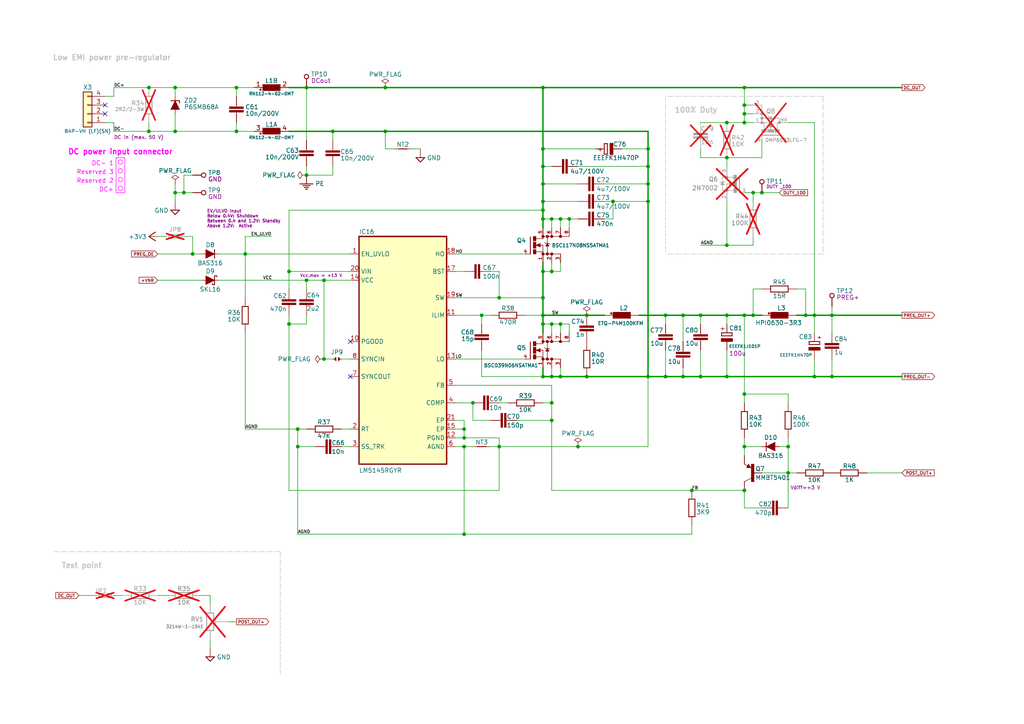
<source format=kicad_sch>
(kicad_sch (version 20250114) (generator "eeschema") (generator_version "9.0")
  (paper "A4")
  (title_block (title "${project_name}") (date "2025-12-08") (rev "${project_version}") (company "${project_creator}") (comment 1 "${project_license}") (comment 2 "${project_info}") (comment 3 "${project_url}"))
  (circle (center 34.925 46.99) (radius 0.635) (stroke (width 0.1524) (color 255 0 255 1)))
  (circle (center 34.925 54.61) (radius 0.635) (stroke (width 0.1524) (color 255 0 255 1)))
  (circle (center 34.925 52.07) (radius 0.635) (stroke (width 0.1524) (color 255 0 255 1)))
  (circle (center 34.925 49.53) (radius 0.635) (stroke (width 0.1524) (color 255 0 255 1)))
  (rectangle (start 33.655 45.72) (end 36.195 55.88) (stroke (width 0) (color 255 0 255 1)))
  (text "DC- 1" (at 33.02 48.26 0) (effects (font (size 1.27 1.27)) (justify right bottom)))
  (text "Reserved 2" (at 33.02 53.34 0) (effects (font (size 1.27 1.27)) (justify right bottom)))
  (text "Low EMI power pre-regulator" (at 15.24 17.78 0) (effects (font (size 1.524 1.524) (thickness 0.3048) (bold yes)) (justify left bottom)))
  (text "DC+" (at 33.02 55.88 0) (effects (font (size 1.27 1.27)) (justify right bottom)))
  (text "Vcc,max = +13 V" (at 86.995 80.645 0) (effects (font (size 0.889 0.889)) (justify left bottom)))
  (text "Reserved 3" (at 33.02 50.8 0) (effects (font (size 1.27 1.27)) (justify right bottom)))
  (text "DC in (max. 50 V)" (at 33.02 40.64 0) (effects (font (size 1.016 1.016)) (justify left bottom)))
  (text "100% Duty" (at 195.58 33.02 0) (effects (font (size 1.524 1.524) (thickness 0.3048) (bold yes)) (justify left bottom)))
  (text "Vdiff=+3 V" (at 229.235 142.24 0) (effects (font (size 1.016 1.016)) (justify left bottom)))
  (text "Test point" (at 17.78 165.1 0) (effects (font (size 1.524 1.524) (thickness 0.3048) (bold yes)) (justify left bottom)))
  (text "DC power input connector" (at 34.925 45.085 0) (effects (font (size 1.524 1.524) (thickness 0.3048) (bold yes)) (justify bottom)))
  (text "100u" (at 211.455 103.505 0) (effects (font (size 1.27 1.27)) (justify left bottom)))
  (text_box "EV/ULVO Input\nBelow 0.4V: Shutdown\nBetween 0.4 and 1.2V: Standby\nAbove 1.2V:  Active" (at 59.055 59.69 0) (size 23.495 6.985) (margins 0.9525 0.9525 0.9525 0.9525) (stroke (width -0.0001)) (effects (font (size 0.889 0.889) (thickness 0.1778) (bold yes)) (justify left top)))
  (junction (at 157.48 25.4))
  (junction (at 162.56 93.98))
  (junction (at 144.78 86.36))
  (junction (at 157.48 93.98))
  (junction (at 241.3 109.22))
  (junction (at 134.62 127))
  (junction (at 157.48 78.74))
  (junction (at 236.22 109.22))
  (junction (at 162.56 109.22))
  (junction (at 215.9 33.02))
  (junction (at 86.36 129.54))
  (junction (at 93.98 81.28))
  (junction (at 215.9 114.3))
  (junction (at 193.04 91.44))
  (junction (at 157.48 109.22))
  (junction (at 111.76 25.4))
  (junction (at 43.18 25.4))
  (junction (at 160.02 78.74))
  (junction (at 165.1 63.5))
  (junction (at 88.9 50.8))
  (junction (at 215.9 129.54))
  (junction (at 43.18 38.1))
  (junction (at 134.62 154.94))
  (junction (at 170.18 109.22))
  (junction (at 134.62 129.54))
  (junction (at 68.58 25.4))
  (junction (at 83.82 93.98))
  (junction (at 218.44 91.44))
  (junction (at 144.78 129.54))
  (junction (at 134.62 124.46))
  (junction (at 55.88 73.66))
  (junction (at 71.12 73.66))
  (junction (at 50.8 25.4))
  (junction (at 187.96 53.34))
  (junction (at 157.48 58.42))
  (junction (at 218.44 55.88))
  (junction (at 210.82 91.44))
  (junction (at 160.02 116.84))
  (junction (at 50.8 38.1))
  (junction (at 198.12 109.22))
  (junction (at 203.2 91.44))
  (junction (at 210.82 45.72))
  (junction (at 157.48 60.96))
  (junction (at 215.9 142.24))
  (junction (at 187.96 109.22))
  (junction (at 228.6 137.16))
  (junction (at 137.16 116.84))
  (junction (at 210.82 109.22))
  (junction (at 160.02 63.5))
  (junction (at 200.66 142.24))
  (junction (at 111.76 38.1))
  (junction (at 160.02 109.22))
  (junction (at 198.12 91.44))
  (junction (at 210.82 71.12))
  (junction (at 233.68 91.44))
  (junction (at 170.18 91.44))
  (junction (at 157.48 53.34))
  (junction (at 167.64 129.54))
  (junction (at 215.9 35.56))
  (junction (at 187.96 58.42))
  (junction (at 157.48 43.18))
  (junction (at 177.8 58.42))
  (junction (at 88.9 81.28))
  (junction (at 220.98 55.88))
  (junction (at 187.96 48.26))
  (junction (at 162.56 63.5))
  (junction (at 236.22 91.44))
  (junction (at 88.9 25.4))
  (junction (at 86.36 124.46))
  (junction (at 160.02 121.92))
  (junction (at 160.02 93.98))
  (junction (at 215.9 25.4))
  (junction (at 50.8 55.88))
  (junction (at 157.48 86.36))
  (junction (at 187.96 43.18))
  (junction (at 215.9 30.48))
  (junction (at 139.7 91.44))
  (junction (at 203.2 109.22))
  (junction (at 157.48 63.5))
  (junction (at 53.34 55.88))
  (junction (at 68.58 38.1))
  (junction (at 96.52 38.1))
  (junction (at 93.98 104.14))
  (junction (at 215.9 91.44))
  (junction (at 157.48 91.44))
  (junction (at 228.6 129.54))
  (junction (at 210.82 35.56))
  (junction (at 83.82 78.74))
  (junction (at 157.48 48.26))
  (junction (at 241.3 91.44))
  (junction (at 193.04 109.22))
  (no_connect (at 101.6 109.22))
  (no_connect (at 101.6 99.06))
  (no_connect (at 30.48 33.02))
  (no_connect (at 30.48 30.48))
  (wire (pts (xy 198.12 109.22) (xy 198.12 106.68)) (stroke (width 0.1524)))
  (wire (pts (xy 233.68 91.44) (xy 236.22 91.44)) (stroke (width 0.4064)))
  (wire (pts (xy 43.18 25.4) (xy 50.8 25.4)) (stroke (width 0.1524)))
  (wire (pts (xy 187.96 43.18) (xy 187.96 48.26)) (stroke (width 0.4064)))
  (wire (pts (xy 160.02 78.74) (xy 162.56 78.74)))
  (wire (pts (xy 215.9 25.4) (xy 215.9 30.48)))
  (wire (pts (xy 99.06 129.54) (xy 101.6 129.54)) (stroke (width 0.1524)))
  (wire (pts (xy 60.96 185.42) (xy 60.96 187.96)))
  (wire (pts (xy 50.8 25.4) (xy 68.58 25.4)) (stroke (width 0.1524)))
  (wire (pts (xy 160.02 93.98) (xy 162.56 93.98)))
  (wire (pts (xy 157.48 93.98) (xy 157.48 96.52)) (stroke (width 0.4064)))
  (wire (pts (xy 170.18 109.22) (xy 187.96 109.22)) (stroke (width 0.4064)))
  (wire (pts (xy 157.48 116.84) (xy 160.02 116.84)) (stroke (width 0.1524)))
  (wire (pts (xy 215.9 33.02) (xy 218.44 33.02)))
  (wire (pts (xy 218.44 91.44) (xy 215.9 91.44)) (stroke (width 0.1524)))
  (wire (pts (xy 228.6 137.16) (xy 231.14 137.16)) (stroke (width 0.1524)))
  (wire (pts (xy 198.12 99.06) (xy 198.12 91.44)) (stroke (width 0.1524)))
  (wire (pts (xy 167.64 53.34) (xy 157.48 53.34)) (stroke (width 0.1524)))
  (wire (pts (xy 172.72 43.18) (xy 157.48 43.18)) (stroke (width 0.1524)))
  (wire (pts (xy 193.04 109.22) (xy 193.04 101.6)) (stroke (width 0.1524)))
  (wire (pts (xy 215.9 129.54) (xy 215.9 132.08)) (stroke (width 0.1524)))
  (wire (pts (xy 160.02 96.52) (xy 160.02 93.98)))
  (wire (pts (xy 236.22 109.22) (xy 236.22 104.14)) (stroke (width 0.1524)))
  (wire (pts (xy 193.04 91.44) (xy 198.12 91.44)) (stroke (width 0.4064)))
  (wire (pts (xy 35.56 172.72) (xy 33.02 172.72)))
  (wire (pts (xy 160.02 76.2) (xy 160.02 78.74)))
  (wire (pts (xy 210.82 45.72) (xy 203.2 45.72)))
  (wire (pts (xy 83.82 25.4) (xy 88.9 25.4)) (stroke (width 0.4064)))
  (wire (pts (xy 144.78 129.54) (xy 144.78 142.24)) (stroke (width 0.1524)))
  (wire (pts (xy 132.08 86.36) (xy 144.78 86.36)) (stroke (width 0.1524)))
  (wire (pts (xy 215.9 25.4) (xy 261.62 25.4)) (stroke (width 0.4064)))
  (wire (pts (xy 231.14 83.82) (xy 233.68 83.82)) (stroke (width 0.1524)))
  (wire (pts (xy 228.6 147.32) (xy 228.6 137.16)) (stroke (width 0.1524)))
  (wire (pts (xy 200.66 154.94) (xy 200.66 152.4)) (stroke (width 0.1524)))
  (wire (pts (xy 157.48 63.5) (xy 157.48 60.96)) (stroke (width 0.4064)))
  (wire (pts (xy 228.6 129.54) (xy 228.6 137.16)) (stroke (width 0.1524)))
  (wire (pts (xy 157.48 76.2) (xy 157.48 78.74)) (stroke (width 0.4064)))
  (wire (pts (xy 50.8 33.02) (xy 50.8 38.1)))
  (wire (pts (xy 218.44 91.44) (xy 220.98 91.44)) (stroke (width 0.4064)))
  (wire (pts (xy 228.6 114.3) (xy 228.6 116.84)) (stroke (width 0.1524)))
  (wire (pts (xy 83.82 93.98) (xy 83.82 91.44)) (stroke (width 0.1524)))
  (wire (pts (xy 144.78 129.54) (xy 167.64 129.54)) (stroke (width 0.1524)))
  (wire (pts (xy 233.68 91.44) (xy 236.22 91.44)) (stroke (width 0.1524)))
  (wire (pts (xy 93.98 81.28) (xy 88.9 81.28)) (stroke (width 0.1524)))
  (wire (pts (xy 60.96 172.72) (xy 60.96 175.26)))
  (wire (pts (xy 43.18 35.56) (xy 43.18 38.1)) (stroke (width 0.1524)))
  (wire (pts (xy 198.12 91.44) (xy 203.2 91.44)) (stroke (width 0.4064)))
  (wire (pts (xy 55.88 55.88) (xy 53.34 55.88)) (stroke (width 0.1524)))
  (wire (pts (xy 111.76 43.18) (xy 111.76 38.1)) (stroke (width 0.1524)))
  (wire (pts (xy 157.48 93.98) (xy 160.02 93.98)))
  (wire (pts (xy 160.02 106.68) (xy 160.02 109.22)))
  (wire (pts (xy 66.04 180.34) (xy 68.58 180.34)))
  (wire (pts (xy 157.48 63.5) (xy 157.48 66.04)))
  (wire (pts (xy 88.9 124.46) (xy 86.36 124.46)) (stroke (width 0.1524)))
  (wire (pts (xy 210.82 45.72) (xy 220.98 45.72)))
  (wire (pts (xy 50.8 53.34) (xy 50.8 55.88)))
  (wire (pts (xy 203.2 45.72) (xy 203.2 43.18)))
  (wire (pts (xy 157.48 43.18) (xy 157.48 25.4)) (stroke (width 0.4064)))
  (wire (pts (xy 101.6 124.46) (xy 99.06 124.46)) (stroke (width 0.1524)))
  (wire (pts (xy 144.78 142.24) (xy 83.82 142.24)) (stroke (width 0.1524)))
  (wire (pts (xy 218.44 30.48) (xy 215.9 30.48)))
  (wire (pts (xy 114.3 43.18) (xy 111.76 43.18)) (stroke (width 0.1524)))
  (wire (pts (xy 220.98 137.16) (xy 228.6 137.16)) (stroke (width 0.1524)))
  (wire (pts (xy 50.8 38.1) (xy 68.58 38.1)) (stroke (width 0.1524)))
  (wire (pts (xy 200.66 142.24) (xy 215.9 142.24)) (stroke (width 0.1524)))
  (wire (pts (xy 203.2 35.56) (xy 210.82 35.56)))
  (wire (pts (xy 215.9 147.32) (xy 215.9 142.24)) (stroke (width 0.1524)))
  (wire (pts (xy 157.48 109.22) (xy 157.48 106.68)) (stroke (width 0.4064)))
  (wire (pts (xy 88.9 48.26) (xy 88.9 50.8)) (stroke (width 0.1524)))
  (wire (pts (xy 218.44 83.82) (xy 218.44 91.44)) (stroke (width 0.1524)))
  (polyline (pts (xy 81.28 160.02) (xy 15.24 160.02)) (stroke (width 0.1524) (type dash) (color 194 194 194 1)))
  (wire (pts (xy 134.62 129.54) (xy 134.62 154.94)) (stroke (width 0.1524)))
  (wire (pts (xy 157.48 78.74) (xy 157.48 86.36)) (stroke (width 0.4064)))
  (wire (pts (xy 86.36 154.94) (xy 134.62 154.94)) (stroke (width 0.1524)))
  (wire (pts (xy 71.12 124.46) (xy 71.12 96.52)) (stroke (width 0.1524)))
  (wire (pts (xy 193.04 109.22) (xy 187.96 109.22)) (stroke (width 0.4064)))
  (wire (pts (xy 134.62 121.92) (xy 134.62 124.46)))
  (wire (pts (xy 132.08 104.14) (xy 152.4 104.14)) (stroke (width 0.1524)))
  (wire (pts (xy 241.3 104.14) (xy 241.3 109.22)) (stroke (width 0.1524)))
  (wire (pts (xy 71.12 73.66) (xy 71.12 68.58)) (stroke (width 0.1524)))
  (wire (pts (xy 111.76 25.4) (xy 157.48 25.4)) (stroke (width 0.4064)))
  (wire (pts (xy 83.82 38.1) (xy 96.52 38.1)) (stroke (width 0.4064)))
  (wire (pts (xy 228.6 114.3) (xy 215.9 114.3)) (stroke (width 0.1524)))
  (wire (pts (xy 157.48 109.22) (xy 139.7 109.22)) (stroke (width 0.1524)))
  (wire (pts (xy 96.52 38.1) (xy 111.76 38.1)) (stroke (width 0.4064)))
  (wire (pts (xy 160.02 142.24) (xy 200.66 142.24)) (stroke (width 0.1524)))
  (wire (pts (xy 241.3 109.22) (xy 261.62 109.22)) (stroke (width 0.4064)))
  (wire (pts (xy 241.3 88.9) (xy 241.3 91.44)) (stroke (width 0.1524)))
  (wire (pts (xy 236.22 35.56) (xy 236.22 91.44)))
  (wire (pts (xy 160.02 142.24) (xy 160.02 121.92)) (stroke (width 0.1524)))
  (wire (pts (xy 203.2 91.44) (xy 210.82 91.44)) (stroke (width 0.4064)))
  (wire (pts (xy 220.98 83.82) (xy 218.44 83.82)) (stroke (width 0.1524)))
  (wire (pts (xy 251.46 137.16) (xy 261.62 137.16)) (stroke (width 0.1524)))
  (wire (pts (xy 210.82 109.22) (xy 203.2 109.22)) (stroke (width 0.4064)))
  (wire (pts (xy 170.18 91.44) (xy 175.26 91.44)) (stroke (width 0.4064)))
  (wire (pts (xy 83.82 60.96) (xy 157.48 60.96)) (stroke (width 0.1524)))
  (wire (pts (xy 88.9 83.82) (xy 88.9 81.28)) (stroke (width 0.1524)))
  (wire (pts (xy 215.9 114.3) (xy 215.9 91.44)) (stroke (width 0.1524)))
  (wire (pts (xy 132.08 73.66) (xy 152.4 73.66)) (stroke (width 0.1524)))
  (wire (pts (xy 215.9 35.56) (xy 218.44 35.56)))
  (wire (pts (xy 203.2 109.22) (xy 198.12 109.22)) (stroke (width 0.4064)))
  (wire (pts (xy 139.7 91.44) (xy 132.08 91.44)) (stroke (width 0.1524)))
  (wire (pts (xy 185.42 91.44) (xy 193.04 91.44)) (stroke (width 0.4064)))
  (wire (pts (xy 96.52 40.64) (xy 96.52 38.1)) (stroke (width 0.1524)))
  (wire (pts (xy 157.48 86.36) (xy 157.48 91.44)) (stroke (width 0.4064)))
  (wire (pts (xy 162.56 63.5) (xy 160.02 63.5)) (stroke (width 0.1524)))
  (wire (pts (xy 200.66 154.94) (xy 134.62 154.94)) (stroke (width 0.1524)))
  (wire (pts (xy 187.96 48.26) (xy 187.96 53.34)) (stroke (width 0.4064)))
  (wire (pts (xy 144.78 127) (xy 144.78 129.54)) (stroke (width 0.1524)))
  (wire (pts (xy 157.48 91.44) (xy 170.18 91.44)) (stroke (width 0.4064)))
  (wire (pts (xy 167.64 63.5) (xy 165.1 63.5)) (stroke (width 0.1524)))
  (wire (pts (xy 241.3 96.52) (xy 241.3 91.44)) (stroke (width 0.1524)))
  (wire (pts (xy 167.64 129.54) (xy 187.96 129.54)) (stroke (width 0.1524)))
  (wire (pts (xy 218.44 71.12) (xy 210.82 71.12)))
  (wire (pts (xy 68.58 38.1) (xy 73.66 38.1)) (stroke (width 0.1524)))
  (wire (pts (xy 86.36 129.54) (xy 86.36 154.94)) (stroke (width 0.1524)))
  (wire (pts (xy 162.56 106.68) (xy 162.56 109.22)))
  (wire (pts (xy 175.26 63.5) (xy 177.8 63.5)) (stroke (width 0.1524)))
  (wire (pts (xy 68.58 25.4) (xy 73.66 25.4)) (stroke (width 0.1524)))
  (wire (pts (xy 88.9 93.98) (xy 83.82 93.98)) (stroke (width 0.1524)))
  (wire (pts (xy 33.02 38.1) (xy 43.18 38.1)) (stroke (width 0.1524)))
  (wire (pts (xy 215.9 30.48) (xy 215.9 33.02)))
  (wire (pts (xy 210.82 109.22) (xy 236.22 109.22)) (stroke (width 0.4064)))
  (wire (pts (xy 48.26 172.72) (xy 45.72 172.72)))
  (wire (pts (xy 96.52 48.26) (xy 96.52 50.8)) (stroke (width 0.1524)))
  (wire (pts (xy 193.04 91.44) (xy 193.04 93.98)) (stroke (width 0.1524)))
  (wire (pts (xy 210.82 101.6) (xy 210.82 109.22)) (stroke (width 0.1524)))
  (wire (pts (xy 45.72 68.58) (xy 48.26 68.58)))
  (wire (pts (xy 226.06 55.88) (xy 220.98 55.88)))
  (wire (pts (xy 215.9 116.84) (xy 215.9 114.3)) (stroke (width 0.1524)))
  (wire (pts (xy 139.7 93.98) (xy 139.7 91.44)) (stroke (width 0.1524)))
  (wire (pts (xy 144.78 86.36) (xy 157.48 86.36)) (stroke (width 0.1524)))
  (wire (pts (xy 203.2 101.6) (xy 203.2 109.22)) (stroke (width 0.1524)))
  (wire (pts (xy 83.82 78.74) (xy 83.82 83.82)) (stroke (width 0.1524)))
  (wire (pts (xy 96.52 50.8) (xy 88.9 50.8)) (stroke (width 0.1524)))
  (wire (pts (xy 187.96 129.54) (xy 187.96 109.22)) (stroke (width 0.1524)))
  (wire (pts (xy 71.12 86.36) (xy 71.12 73.66)) (stroke (width 0.1524)))
  (wire (pts (xy 215.9 127) (xy 215.9 129.54)) (stroke (width 0.1524)))
  (wire (pts (xy 233.68 83.82) (xy 233.68 91.44)) (stroke (width 0.1524)))
  (wire (pts (xy 149.86 121.92) (xy 160.02 121.92)) (stroke (width 0.1524)))
  (wire (pts (xy 132.08 78.74) (xy 134.62 78.74)) (stroke (width 0.1524)))
  (wire (pts (xy 33.02 25.4) (xy 43.18 25.4)) (stroke (width 0.1524)))
  (polyline (pts (xy 238.76 27.94) (xy 193.04 27.94)) (stroke (width 0.1524) (type dash) (color 194 194 194 1)))
  (wire (pts (xy 91.44 129.54) (xy 86.36 129.54)) (stroke (width 0.1524)))
  (wire (pts (xy 132.08 129.54) (xy 134.62 129.54)) (stroke (width 0.1524)))
  (wire (pts (xy 175.26 53.34) (xy 187.96 53.34)) (stroke (width 0.1524)))
  (wire (pts (xy 236.22 91.44) (xy 241.3 91.44)) (stroke (width 0.4064)))
  (wire (pts (xy 144.78 116.84) (xy 147.32 116.84)) (stroke (width 0.1524)))
  (wire (pts (xy 134.62 127) (xy 144.78 127)) (stroke (width 0.1524)))
  (wire (pts (xy 157.48 78.74) (xy 160.02 78.74)))
  (wire (pts (xy 111.76 38.1) (xy 187.96 38.1)) (stroke (width 0.4064)))
  (wire (pts (xy 187.96 53.34) (xy 187.96 58.42)) (stroke (width 0.4064)))
  (wire (pts (xy 162.56 93.98) (xy 165.1 93.98)))
  (wire (pts (xy 228.6 127) (xy 228.6 129.54)) (stroke (width 0.1524)))
  (wire (pts (xy 241.3 91.44) (xy 261.62 91.44)) (stroke (width 0.4064)))
  (wire (pts (xy 215.9 91.44) (xy 218.44 91.44)) (stroke (width 0.4064)))
  (wire (pts (xy 137.16 116.84) (xy 137.16 121.92)) (stroke (width 0.1524)))
  (wire (pts (xy 210.82 35.56) (xy 215.9 35.56)))
  (wire (pts (xy 55.88 68.58) (xy 55.88 73.66)))
  (wire (pts (xy 228.6 35.56) (xy 236.22 35.56)))
  (wire (pts (xy 55.88 73.66) (xy 45.72 73.66)) (stroke (width 0.1524)))
  (wire (pts (xy 157.48 53.34) (xy 157.48 48.26)) (stroke (width 0.4064)))
  (wire (pts (xy 157.48 60.96) (xy 157.48 58.42)) (stroke (width 0.4064)))
  (wire (pts (xy 160.02 116.84) (xy 160.02 111.76)) (stroke (width 0.1524)))
  (wire (pts (xy 63.5 73.66) (xy 71.12 73.66)) (stroke (width 0.1524)))
  (wire (pts (xy 68.58 35.56) (xy 68.58 38.1)) (stroke (width 0.1524)))
  (wire (pts (xy 157.48 63.5) (xy 157.48 66.04)) (stroke (width 0.1524)))
  (wire (pts (xy 119.38 43.18) (xy 121.92 43.18)) (stroke (width 0.1524)))
  (wire (pts (xy 162.56 109.22) (xy 170.18 109.22)) (stroke (width 0.4064)))
  (wire (pts (xy 88.9 81.28) (xy 63.5 81.28)) (stroke (width 0.1524)))
  (wire (pts (xy 162.56 63.5) (xy 162.56 66.04)))
  (wire (pts (xy 175.26 58.42) (xy 177.8 58.42)) (stroke (width 0.1524)))
  (wire (pts (xy 157.48 58.42) (xy 157.48 53.34)) (stroke (width 0.4064)))
  (wire (pts (xy 45.72 81.28) (xy 58.42 81.28)) (stroke (width 0.1524)))
  (wire (pts (xy 210.82 91.44) (xy 210.82 93.98)) (stroke (width 0.1524)))
  (wire (pts (xy 33.02 35.56) (xy 33.02 38.1)))
  (wire (pts (xy 160.02 109.22) (xy 157.48 109.22)) (stroke (width 0.4064)))
  (wire (pts (xy 218.44 55.88) (xy 218.44 58.42)))
  (wire (pts (xy 165.1 63.5) (xy 162.56 63.5)) (stroke (width 0.1524)))
  (wire (pts (xy 215.9 55.88) (xy 218.44 55.88)))
  (wire (pts (xy 142.24 121.92) (xy 137.16 121.92)) (stroke (width 0.1524)))
  (wire (pts (xy 68.58 27.94) (xy 68.58 25.4)) (stroke (width 0.1524)))
  (polyline (pts (xy 238.76 27.94) (xy 238.76 73.66)) (stroke (width 0.1524) (type dash) (color 194 194 194 1)))
  (wire (pts (xy 220.98 129.54) (xy 215.9 129.54)) (stroke (width 0.1524)))
  (wire (pts (xy 144.78 129.54) (xy 142.24 129.54)) (stroke (width 0.1524)))
  (wire (pts (xy 50.8 55.88) (xy 50.8 58.42)) (stroke (width 0.1524)))
  (wire (pts (xy 142.24 78.74) (xy 144.78 78.74)) (stroke (width 0.1524)))
  (wire (pts (xy 144.78 78.74) (xy 144.78 86.36)) (stroke (width 0.1524)))
  (wire (pts (xy 157.48 91.44) (xy 157.48 93.98)) (stroke (width 0.4064)))
  (wire (pts (xy 218.44 68.58) (xy 218.44 71.12)))
  (wire (pts (xy 30.48 27.94) (xy 33.02 27.94)))
  (wire (pts (xy 157.48 48.26) (xy 160.02 48.26)) (stroke (width 0.1524)))
  (wire (pts (xy 187.96 38.1) (xy 187.96 43.18)) (stroke (width 0.4064)))
  (wire (pts (xy 142.24 91.44) (xy 139.7 91.44)) (stroke (width 0.1524)))
  (wire (pts (xy 187.96 58.42) (xy 187.96 109.22)) (stroke (width 0.4064)))
  (wire (pts (xy 53.34 55.88) (xy 50.8 55.88)) (stroke (width 0.1524)))
  (wire (pts (xy 231.14 91.44) (xy 233.68 91.44)) (stroke (width 0.4064)))
  (wire (pts (xy 236.22 109.22) (xy 241.3 109.22)) (stroke (width 0.4064)))
  (wire (pts (xy 165.1 63.5) (xy 165.1 66.04)))
  (wire (pts (xy 180.34 43.18) (xy 187.96 43.18)) (stroke (width 0.1524)))
  (wire (pts (xy 53.34 68.58) (xy 55.88 68.58)))
  (polyline (pts (xy 238.76 73.66) (xy 193.04 73.66)) (stroke (width 0.1524) (type dash) (color 194 194 194 1)))
  (wire (pts (xy 160.02 121.92) (xy 160.02 116.84)) (stroke (width 0.1524)))
  (wire (pts (xy 132.08 111.76) (xy 160.02 111.76)) (stroke (width 0.1524)))
  (wire (pts (xy 220.98 40.64) (xy 220.98 45.72)))
  (wire (pts (xy 220.98 147.32) (xy 215.9 147.32)) (stroke (width 0.1524)))
  (wire (pts (xy 167.64 48.26) (xy 187.96 48.26)) (stroke (width 0.1524)))
  (wire (pts (xy 210.82 71.12) (xy 210.82 58.42)))
  (wire (pts (xy 86.36 124.46) (xy 86.36 129.54)) (stroke (width 0.1524)))
  (wire (pts (xy 101.6 78.74) (xy 83.82 78.74)) (stroke (width 0.1524)))
  (wire (pts (xy 43.18 38.1) (xy 50.8 38.1)) (stroke (width 0.1524)))
  (wire (pts (xy 58.42 73.66) (xy 55.88 73.66)) (stroke (width 0.1524)))
  (wire (pts (xy 86.36 124.46) (xy 71.12 124.46)) (stroke (width 0.1524)))
  (wire (pts (xy 203.2 71.12) (xy 210.82 71.12)))
  (wire (pts (xy 160.02 63.5) (xy 160.02 66.04)))
  (wire (pts (xy 132.08 121.92) (xy 134.62 121.92)))
  (wire (pts (xy 220.98 55.88) (xy 218.44 55.88)))
  (wire (pts (xy 198.12 109.22) (xy 193.04 109.22)) (stroke (width 0.4064)))
  (wire (pts (xy 134.62 127) (xy 134.62 124.46)) (stroke (width 0.1524)))
  (wire (pts (xy 152.4 91.44) (xy 157.48 91.44)) (stroke (width 0.1524)))
  (wire (pts (xy 93.98 104.14) (xy 93.98 81.28)) (stroke (width 0.1524)))
  (wire (pts (xy 53.34 50.8) (xy 53.34 55.88)))
  (wire (pts (xy 60.96 172.72) (xy 58.42 172.72)))
  (wire (pts (xy 215.9 33.02) (xy 215.9 35.56)))
  (wire (pts (xy 167.64 58.42) (xy 157.48 58.42)) (stroke (width 0.1524)))
  (wire (pts (xy 132.08 116.84) (xy 137.16 116.84)) (stroke (width 0.1524)))
  (wire (pts (xy 83.82 78.74) (xy 83.82 60.96)) (stroke (width 0.1524)))
  (wire (pts (xy 177.8 58.42) (xy 187.96 58.42)) (stroke (width 0.1524)))
  (wire (pts (xy 162.56 76.2) (xy 162.56 78.74)))
  (wire (pts (xy 30.48 35.56) (xy 33.02 35.56)))
  (wire (pts (xy 132.08 124.46) (xy 134.62 124.46)) (stroke (width 0.1524)))
  (wire (pts (xy 83.82 142.24) (xy 83.82 93.98)) (stroke (width 0.1524)))
  (wire (pts (xy 71.12 73.66) (xy 101.6 73.66)) (stroke (width 0.1524)))
  (wire (pts (xy 157.48 25.4) (xy 215.9 25.4)) (stroke (width 0.4064)))
  (wire (pts (xy 53.34 50.8) (xy 55.88 50.8)))
  (wire (pts (xy 139.7 109.22) (xy 139.7 101.6)) (stroke (width 0.1524)))
  (wire (pts (xy 101.6 104.14) (xy 99.06 104.14)) (stroke (width 0.1524)))
  (wire (pts (xy 162.56 109.22) (xy 160.02 109.22)) (stroke (width 0.4064)))
  (wire (pts (xy 162.56 96.52) (xy 162.56 93.98)))
  (polyline (pts (xy 81.28 160.02) (xy 81.28 195.58)) (stroke (width 0.1524) (type dash) (color 194 194 194 1)))
  (wire (pts (xy 132.08 127) (xy 134.62 127)) (stroke (width 0.1524)))
  (wire (pts (xy 157.48 43.18) (xy 157.48 48.26)) (stroke (width 0.4064)))
  (wire (pts (xy 210.82 91.44) (xy 215.9 91.44)) (stroke (width 0.4064)))
  (wire (pts (xy 22.86 172.72) (xy 27.94 172.72)))
  (wire (pts (xy 96.52 104.14) (xy 93.98 104.14)) (stroke (width 0.1524)))
  (wire (pts (xy 160.02 63.5) (xy 157.48 63.5)) (stroke (width 0.1524)))
  (polyline (pts (xy 193.04 27.94) (xy 193.04 73.66)) (stroke (width 0.1524) (type dash) (color 194 194 194 1)))
  (wire (pts (xy 165.1 96.52) (xy 165.1 93.98)))
  (wire (pts (xy 33.02 27.94) (xy 33.02 25.4)))
  (wire (pts (xy 210.82 45.72) (xy 210.82 48.26)))
  (wire (pts (xy 157.48 63.5) (xy 157.48 66.04)) (stroke (width 0.4064)))
  (wire (pts (xy 236.22 96.52) (xy 236.22 91.44)) (stroke (width 0.1524)))
  (wire (pts (xy 88.9 91.44) (xy 88.9 93.98)) (stroke (width 0.1524)))
  (wire (pts (xy 177.8 63.5) (xy 177.8 58.42)) (stroke (width 0.1524)))
  (wire (pts (xy 50.8 25.4) (xy 50.8 27.94)))
  (wire (pts (xy 101.6 81.28) (xy 93.98 81.28)) (stroke (width 0.1524)))
  (wire (pts (xy 134.62 129.54) (xy 137.16 129.54)) (stroke (width 0.1524)))
  (wire (pts (xy 88.9 25.4) (xy 88.9 40.64)) (stroke (width 0.1524)))
  (wire (pts (xy 226.06 129.54) (xy 228.6 129.54)) (stroke (width 0.1524)))
  (wire (pts (xy 203.2 93.98) (xy 203.2 91.44)) (stroke (width 0.1524)))
  (wire (pts (xy 71.12 68.58) (xy 78.74 68.58)) (stroke (width 0.1524)))
  (wire (pts (xy 88.9 25.4) (xy 111.76 25.4)) (stroke (width 0.4064)))
  (label "DC+" (at 33.02 25.4 0) (effects (font (size 0.889 0.889))))
  (label "SW" (at 160.02 91.44 0) (effects (font (size 0.889 0.889))))
  (label "AGND" (at 71.12 124.46 0) (effects (font (size 0.889 0.889))))
  (label "SW" (at 132.08 86.36 0) (effects (font (size 0.889 0.889))))
  (label "DC-" (at 33.02 38.1 0) (effects (font (size 0.889 0.889))))
  (label "VCC" (at 76.2 81.28 0) (effects (font (size 0.889 0.889))))
  (label "AGND" (at 86.36 154.94 0) (effects (font (size 0.889 0.889))))
  (label "LO" (at 132.08 104.14 0) (effects (font (size 0.889 0.889))))
  (label "EN_ULVO" (at 78.74 68.58 180) (effects (font (size 0.889 0.889))))
  (label "HO" (at 132.08 73.66 0) (effects (font (size 0.889 0.889))))
  (label "FB" (at 200.66 142.24 0) (effects (font (size 0.889 0.889))))
  (label "AGND" (at 203.2 71.12 0) (effects (font (size 0.889 0.889))))
  (global_label "+VNR" (shape input) (at 45.72 81.28 180) (effects (font (size 0.889 0.889))) (property "Intersheetrefs" "${INTERSHEET_REFS}" (effects (hide yes))))
  (global_label "POST_OUT+" (shape output) (at 68.58 180.34 0) (effects (font (size 0.889 0.889))) (property "Intersheetrefs" "${INTERSHEET_REFS}" (effects (hide yes))))
  (global_label "DC_OUT" (shape input) (at 22.86 172.72 180) (effects (font (size 0.889 0.889))) (property "Intersheetrefs" "${INTERSHEET_REFS}" (effects (hide yes))))
  (global_label "DC_OUT" (shape output) (at 261.62 25.4 0) (effects (font (size 0.889 0.889))) (property "Intersheetrefs" "${INTERSHEET_REFS}" (effects (hide yes))))
  (global_label "POST_OUT+" (shape input) (at 261.62 137.16 0) (effects (font (size 0.889 0.889))) (property "Intersheetrefs" "${INTERSHEET_REFS}" (effects (hide yes))))
  (global_label "PREG_OUT-" (shape output) (at 261.62 109.22 0) (effects (font (size 0.889 0.889))) (property "Intersheetrefs" "${INTERSHEET_REFS}" (effects (hide yes))))
  (global_label "PREG_OE" (shape input) (at 45.72 73.66 180) (effects (font (size 0.889 0.889))) (property "Intersheetrefs" "${INTERSHEET_REFS}" (effects (hide yes))))
  (global_label "DUTY_100" (shape input) (at 226.06 55.88 0) (effects (font (size 0.889 0.889))) (property "Intersheetrefs" "${INTERSHEET_REFS}" (effects (hide yes))))
  (global_label "PREG_OUT+" (shape output) (at 261.62 91.44 0) (effects (font (size 0.889 0.889))) (property "Intersheetrefs" "${INTERSHEET_REFS}" (effects (hide yes))))
  (symbol (lib_id "PCM_EEZ_discretes:PMOS_LFPAK") (at 223.52 38.1 270) (mirror x) (unit 1) (in_bom no) (dnp yes)
    (property "Reference" "Q8" (at 223.52 32.258 90))
    (property "Value" "DMP6023LFG-7" (at 227.965 40.64 90) (effects (font (size 1.016 1.016))))
    (property "Footprint" "PCM_EEZ_SMD:TRANS_FDMC8010" (effects (hide yes)))
    (property "DigiKey" "DMP6023LFG-7DICT-ND" (effects (hide yes)))
    (property "Mouser" "621-DMP6023LFG-7" (effects (hide yes)))
    (property "TME" "-" (effects (hide yes)))
    (property "LCSC" "C526579" (effects (hide yes)))
  )
  (symbol (lib_id "PCM_EEZ_passives:C-EU") (at 170.18 58.42 90) (unit 1)
    (property "Reference" "C73" (at 172.974 58.039 90) (effects (justify right top)))
    (property "Value" "4u7/100V" (at 172.974 60.579 90) (effects (justify right top)))
    (property "Footprint" "PCM_EEZ_passives:C_1210_3225Metric" (effects (hide yes)))
    (property "DigiKey" "587-5034-1-ND " (effects (hide yes)))
    (property "Mouser" "810-CGA6M3X7S2A475K" (effects (hide yes)))
    (property "TME" "-" (effects (hide yes)))
  )
  (symbol (lib_id "PCM_EEZ_unsorted:PCB test point") (at 220.98 53.34 90) (unit 1) (in_bom no)
    (property "Reference" "TP11" (at 222.25 53.34 90) (effects (justify right top)))
    (property "Value" "TEST-PIN_0.9MM" (effects (hide yes)))
    (property "Footprint" "PCM_EEZ_THT:Testhole 24_50mils" (effects (hide yes)))
    (property "Label" "DUTY _100" (at 222.25 54.61 90) (effects (font (size 0.889 0.889)) (justify right top)))
  )
  (symbol (lib_name "R-EU_2") (lib_id "PCM_EEZ_passives:R-EU") (at 147.32 91.44 270) (unit 1)
    (property "Reference" "R38" (at 147.32 90.17 90) (effects (justify bottom)))
    (property "Value" "470R" (at 147.32 92.71 90) (effects (justify top)))
    (property "Footprint" "PCM_EEZ_passives:R_0805_2012Metric" (effects (hide yes)))
    (property "DigiKey" "311-470CRCT-ND" (effects (hide yes)))
    (property "Mouser" "71-CRCW0805470RFKEB" (effects (hide yes)))
    (property "TME" "RC0805FR-07470R" (effects (hide yes)))
  )
  (symbol (lib_name "R-EU_9") (lib_id "PCM_EEZ_passives:R-EU") (at 170.18 104.14 0) (unit 1)
    (property "Reference" "R40" (at 171.45 102.235 0) (effects (justify left top)))
    (property "Value" "10R" (at 171.45 104.14 0) (effects (justify left top)))
    (property "Footprint" "PCM_EEZ_passives:R_0805_2012Metric" (effects (hide yes)))
    (property "TME" "SMD0805-10R-1%" (effects (hide yes)))
  )
  (symbol (lib_id "PCM_EEZ_discretes:NMOS") (at 213.36 53.34 0) (mirror y) (unit 1) (in_bom no) (dnp yes)
    (property "Reference" "Q6" (at 208.28 52.705 0) (effects (justify left bottom)))
    (property "Value" "2N7002" (at 208.28 55.245 0) (effects (justify left bottom)))
    (property "Footprint" "PCM_EEZ_SMD:SOT103P240X110-3N" (effects (hide yes)))
    (property "DigiKey" "T2N7002AKLMCT-ND" (effects (hide yes)))
    (property "Mouser" "757-T2N7002AKLM" (effects (hide yes)))
    (property "TME" "2N7002LT1G" (effects (hide yes)))
  )
  (symbol (lib_id "PCM_EEZ_passives:L_EU_polarised") (at 226.06 91.44 0) (unit 1)
    (property "Reference" "L3" (at 225.425 90.0684 0) (effects (justify left bottom)))
    (property "Value" "HPI0630-3R3" (at 219.075 94.361 0) (effects (justify left bottom)))
    (property "Footprint" "PCM_EEZ_passives:COILCRAFT_HPI0630" (effects (hide yes)))
    (property "DigiKey" "445-180834-1-ND" (effects (hide yes)))
    (property "Mouser" "810-VLS6045AF-3R3N" (effects (hide yes)))
    (property "TME" "HPI0630-3R3" (effects (hide yes)))
  )
  (symbol (lib_id "PCM_EEZ_passives:C-EU") (at 193.04 96.52 0) (unit 1)
    (property "Reference" "C77" (at 192.405 96.52 0) (effects (justify right bottom)))
    (property "Value" "10u" (at 192.405 100.33 0) (effects (justify right bottom)))
    (property "Footprint" "PCM_EEZ_passives:C_1210_3225Metric" (effects (hide yes)))
    (property "DigiKey" "1276-6736-1-ND" (effects (hide yes)))
    (property "Mouser" "810-C3216X7R1HK160AC" (effects (hide yes)))
    (property "TME" "CL31A106KBHNNNE" (effects (hide yes)))
  )
  (symbol (lib_name "L_EU_polarised_1") (lib_id "PCM_EEZ_passives:L_EU_polarised") (at 180.34 91.44 0) (unit 1)
    (property "Reference" "L2" (at 179.705 90.0684 0) (effects (justify left bottom)))
    (property "Value" "ETQ-P4M100KFM" (at 173.355 94.361 0) (effects (font (size 1.016 1.016)) (justify left bottom)))
    (property "Footprint" "PCM_EEZ_passives:PANASONIC_ETQ-P4_KFM" (effects (hide yes)))
    (property "DigiKey" "P124167CT-ND" (effects (hide yes)))
    (property "Mouser" "667-ETQ-P4M100KFM" (effects (hide yes)))
    (property "TME" "-" (effects (hide yes)))
  )
  (symbol (lib_name "R-EU_10") (lib_id "PCM_EEZ_passives:R-EU") (at 226.06 83.82 90) (unit 1)
    (property "Reference" "R45" (at 226.06 82.55 90) (effects (justify top)))
    (property "Value" "15R" (at 226.06 85.09 90) (effects (justify bottom)))
    (property "Footprint" "PCM_EEZ_passives:R_2010_5025Metric" (effects (hide yes)))
    (property "DigiKey" "A129910CT-ND " (effects (hide yes)))
    (property "Mouser" "603-RC2010FK-0715RL" (effects (hide yes)))
    (property "TME" "201007J0150T4E" (effects (hide yes)))
  )
  (symbol (lib_name "R-EU_6") (lib_id "PCM_EEZ_passives:R-EU") (at 246.38 137.16 270) (mirror x) (unit 1)
    (property "Reference" "R48" (at 246.38 135.89 90) (effects (justify top)))
    (property "Value" "1K" (at 246.38 138.43 90) (effects (justify bottom)))
    (property "Footprint" "PCM_EEZ_passives:R_0805_2012Metric" (effects (hide yes)))
    (property "DigiKey" "RC0805FR-071KL" (effects (hide yes)))
    (property "Mouser" "603-RC0805FR-071KL" (effects (hide yes)))
    (property "TME" "RC0805FR-071K" (effects (hide yes)))
  )
  (symbol (lib_id "PCM_EEZ_passives:C-EU") (at 88.9 45.72 0) (mirror x) (unit 1)
    (property "Reference" "C63" (at 86.741 42.926 0) (effects (justify right bottom)))
    (property "Value" "10n/200V" (at 86.741 44.831 0) (effects (justify right bottom)))
    (property "Footprint" "PCM_EEZ_passives:C_1206_3216Metric" (effects (hide yes)))
    (property "DigiKey" "311-4491-1-ND" (effects (hide yes)))
    (property "Mouser" "603-C1206KRX7RABB103" (effects (hide yes)))
    (property "TME" "VJ1206Y103KXCTW1BC" (effects (hide yes)))
  )
  (symbol (lib_id "PCM_EEZ_unsorted:JP2 open 2mm THT") (at 48.26 68.58 0) (unit 1) (in_bom no) (dnp yes)
    (property "Reference" "JP8" (at 50.8 67.31 0) (effects (justify bottom)))
    (property "Footprint" "PCM_EEZ_connectors:M22-2010246" (effects (hide yes)))
    (property "DigiKey" "M22-2010346-ND" (effects (hide yes)))
    (property "Mouser" "855-M22-2010246" (effects (hide yes)))
    (property "TME" "-" (effects (hide yes)))
    (property "LCSC" "C5790018" (effects (hide yes)))
  )
  (symbol (lib_id "PCM_EEZ_discretes:DIODE_ZENER") (at 50.8 30.48 90) (unit 1)
    (property "Reference" "ZD2" (at 53.34 29.845 90) (effects (justify right top)))
    (property "Value" "P6SMB68A" (at 53.34 31.75 90) (effects (justify right top)))
    (property "Footprint" "PCM_EEZ_SMD:DO214AA" (effects (hide yes)))
    (property "DigiKey" "P6SMB68ABBCT-ND" (effects (hide yes)))
    (property "LCSC" "C126829" (effects (hide yes)))
    (property "Mouser" "652-P6SMB68A" (effects (hide yes)))
    (property "TME" "P6SMB68A-LF" (effects (hide yes)))
  )
  (symbol (lib_id "PCM_EEZ_symbols:GND") (at 60.96 190.5 0) (mirror y) (unit 1)
    (property "Reference" "#SUPPLY042" (effects (hide yes)))
    (property "Value" "GND" (at 62.865 189.865 0) (effects (justify right top)))
  )
  (symbol (lib_id "PCM_EEZ_symbols:PE") (at 88.9 53.34 0) (unit 1)
    (property "Reference" "#PE02" (effects (hide yes)))
    (property "Value" "PE" (at 91.44 53.975 0) (effects (justify left bottom)))
  )
  (symbol (lib_id "PCM_EEZ_passives:C-EU") (at 203.2 96.52 0) (unit 1)
    (property "Reference" "C80" (at 202.565 96.52 0) (effects (justify right bottom)))
    (property "Value" "10u" (at 202.565 100.33 0) (effects (justify right bottom)))
    (property "Footprint" "PCM_EEZ_passives:C_1210_3225Metric" (effects (hide yes)))
    (property "DigiKey" "1276-6736-1-ND" (effects (hide yes)))
    (property "Mouser" "810-C3216X7R1HK160AC" (effects (hide yes)))
    (property "TME" "CL31A106KBHNNNE" (effects (hide yes)))
  )
  (symbol (lib_id "power:PWR_FLAG") (at 167.64 129.54 0) (unit 1)
    (property "Reference" "#FLG014" (effects (hide yes)))
    (property "Value" "PWR_FLAG" (at 167.64 125.73 0))
  )
  (symbol (lib_id "PCM_EEZ_passives:C-EU") (at 203.2 38.1 0) (unit 1) (in_bom no) (dnp yes)
    (property "Reference" "C79" (at 203.2 38.1 0) (effects (justify left bottom)))
    (property "Value" "10n" (at 203.2 41.91 0) (effects (justify left bottom)))
    (property "Footprint" "PCM_EEZ_passives:C_0805_2012Metric" (effects (hide yes)))
    (property "DigiKey" "490-7194-1-ND " (effects (hide yes)))
    (property "Mouser" "710-885012207122" (effects (hide yes)))
    (property "TME" "CC0805KRX7R9103" (effects (hide yes)))
  )
  (symbol (lib_id "PCM_EEZ_passives:C-EU") (at 198.12 101.6 0) (unit 1)
    (property "Reference" "C78" (at 197.485 100.33 0) (effects (justify right top)))
    (property "Value" "10u" (at 197.485 104.14 0) (effects (justify right top)))
    (property "Footprint" "PCM_EEZ_passives:C_1210_3225Metric" (effects (hide yes)))
    (property "DigiKey" "1276-6736-1-ND" (effects (hide yes)))
    (property "Mouser" "810-C3216X7R1HK160AC" (effects (hide yes)))
    (property "TME" "CL31A106KBHNNNE" (effects (hide yes)))
  )
  (symbol (lib_name "R-EU_4") (lib_id "PCM_EEZ_passives:R-EU") (at 218.44 63.5 180) (unit 1) (in_bom no) (dnp yes)
    (property "Reference" "R44" (at 217.17 63.5 0) (effects (justify left top)))
    (property "Value" "100K" (at 217.17 65.405 0) (effects (justify left top)))
    (property "Footprint" "PCM_EEZ_passives:R_0805_2012Metric" (effects (hide yes)))
    (property "DigiKey" "RMCF0805FT100KCT-ND " (effects (hide yes)))
    (property "Mouser" "71-CRCW0805100KFKEAC" (effects (hide yes)))
    (property "TME" "0805S8F1003T5E" (effects (hide yes)))
  )
  (symbol (lib_name "R-EU_4") (lib_id "PCM_EEZ_passives:R-EU") (at 228.6 121.92 0) (mirror x) (unit 1)
    (property "Reference" "R46" (at 229.87 121.92 0) (effects (justify left top)))
    (property "Value" "100K" (at 229.87 123.825 0) (effects (justify left top)))
    (property "Footprint" "PCM_EEZ_passives:R_0805_2012Metric" (effects (hide yes)))
    (property "DigiKey" "RMCF0805FT100KCT-ND " (effects (hide yes)))
    (property "Mouser" "71-CRCW0805100KFKEAC" (effects (hide yes)))
    (property "TME" "0805S8F1003T5E" (effects (hide yes)))
  )
  (symbol (lib_id "PCM_EEZ_unsorted:PCB test point") (at 88.9 22.86 270) (mirror x) (unit 1) (in_bom no)
    (property "Reference" "TP10" (at 90.17 22.225 90) (effects (justify left top)))
    (property "Value" "TEST-PIN_0.9MM" (effects (hide yes)))
    (property "Footprint" "PCM_EEZ_THT:Testhole 24_50mils" (effects (hide yes)))
    (property "Label" "DCout" (at 90.17 24.13 90) (effects (justify left top)))
  )
  (symbol (lib_id "PCM_EEZ_passives:C-EU") (at 172.72 63.5 270) (unit 1)
    (property "Reference" "C75" (at 172.974 63.119 90) (effects (justify left bottom)))
    (property "Value" "470n" (at 172.974 65.659 90) (effects (justify left bottom)))
    (property "Footprint" "PCM_EEZ_passives:C_0805_2012Metric" (effects (hide yes)))
    (property "DigiKey" "1276-6482-1-ND" (effects (hide yes)))
    (property "Mouser" "603-CC805KKX7R9BB474" (effects (hide yes)))
    (property "TME" "CL21B474KBFNNNE" (effects (hide yes)))
  )
  (symbol (lib_id "PCM_EEZ_discretes:NMOS_TDSON-8") (at 154.94 101.6 0) (unit 1)
    (property "Reference" "Q5" (at 149.86 101.6 0) (effects (justify left bottom)))
    (property "Value" "BSC039N06NSATMA1" (at 140.335 105.41 0) (effects (font (size 1.016 1.016)) (justify left top)))
    (property "Footprint" "PCM_EEZ_SMD:TDSON-8" (effects (hide yes)))
    (property "DigiKey" "BSC039N06NSATMA1CT-ND" (effects (hide yes)))
    (property "Mouser" "726-BSC039N06NSATMA1" (effects (hide yes)))
    (property "TME" "BSC039N06NS" (effects (hide yes)))
    (property "LCSC" "C6471340" (effects (hide yes)))
  )
  (symbol (lib_id "PCM_EEZ_passives:C-EU") (at 162.56 48.26 90) (unit 1)
    (property "Reference" "C71" (at 165.354 47.879 90) (effects (justify right top)))
    (property "Value" "4u7/100V" (at 165.354 50.419 90) (effects (justify right top)))
    (property "Footprint" "PCM_EEZ_passives:C_1210_3225Metric" (effects (hide yes)))
    (property "DigiKey" "587-5034-1-ND " (effects (hide yes)))
    (property "Mouser" "810-CGA6M3X7S2A475K" (effects (hide yes)))
    (property "TME" "-" (effects (hide yes)))
  )
  (symbol (lib_id "PCM_EEZ_passives:C-EU") (at 223.52 147.32 90) (unit 1)
    (property "Reference" "C82" (at 223.901 146.939 90) (effects (justify left top)))
    (property "Value" "470p" (at 223.901 149.479 90) (effects (justify left top)))
    (property "Footprint" "PCM_EEZ_passives:C_0805_2012Metric" (effects (hide yes)))
    (property "DigiKey" "732-7837-1-ND" (effects (hide yes)))
    (property "Mouser" "710-885012007038" (effects (hide yes)))
    (property "TME" "CC0805JRNPO9BN471" (effects (hide yes)))
  )
  (symbol (lib_id "PCM_EEZ_discretes:PNP-SOT23-BEC") (at 218.44 137.16 0) (mirror y) (unit 1)
    (property "Reference" "Q7" (at 219.075 135.255 0) (effects (justify right top)))
    (property "Value" "MMBT5401" (at 219.075 137.795 0) (effects (justify right top)))
    (property "Footprint" "PCM_EEZ_SMD:SOT23-BEC" (effects (hide yes)))
    (property "DigiKey" "MMBT5401-FDICT-ND" (effects (hide yes)))
    (property "Mouser" "621-MMBT5401-F" (effects (hide yes)))
    (property "TME" "MMBT5401-DIO" (effects (hide yes)))
    (property "LCSC" "C21488" (effects (hide yes)))
  )
  (symbol (lib_id "PCM_EEZ_passives:RN112") (at 78.74 38.1 0) (unit 1)
    (property "Reference" "L1" (at 78.74 36.83 0) (effects (justify bottom)))
    (property "Value" "RN112-4-02-0M7" (at 78.74 39.37 0) (effects (font (size 0.889 0.889)) (justify top)))
    (property "Footprint" "PCM_EEZ_passives:RN112" (effects (hide yes)))
    (property "DigiKey" "817-2100-ND" (effects (hide yes)))
    (property "Mouser" "631-RN112-4-02-0M7" (effects (hide yes)))
    (property "TME" "-" (effects (hide yes)))
  )
  (symbol (lib_name "R-EU_5") (lib_id "PCM_EEZ_passives:R-EU") (at 93.98 124.46 270) (unit 1)
    (property "Reference" "R37" (at 93.98 123.19 90) (effects (justify bottom)))
    (property "Value" "47K" (at 93.98 125.73 90) (effects (justify top)))
    (property "Footprint" "PCM_EEZ_passives:R_0805_2012Metric" (effects (hide yes)))
    (property "DigiKey" "RHM47KKCT-ND" (effects (hide yes)))
    (property "Mouser" "603-RC0805FR-0747KL" (effects (hide yes)))
    (property "TME" "RC0805FR-0747K" (effects (hide yes)))
  )
  (symbol (lib_id "PCM_EEZ_unsorted:PCB test point") (at 58.42 55.88 0) (unit 1) (in_bom no)
    (property "Reference" "TP9" (at 60.325 55.88 0) (effects (justify left bottom)))
    (property "Value" "PCB_TEST_TABSHIELD" (effects (hide yes)))
    (property "Footprint" "PCM_EEZ_THT:Testhole 24_50mils" (effects (hide yes)))
    (property "Label" "GND" (at 60.325 57.785 0) (effects (justify left bottom)))
  )
  (symbol (lib_id "PCM_EEZ_symbols:+3V3") (at 43.18 68.58 90) (unit 1)
    (property "Reference" "#+3V018" (effects (hide yes)))
    (property "Value" "+3V3" (at 42.545 67.945 90) (effects (justify left bottom)))
  )
  (symbol (lib_id "PCM_EEZ_passives:R-EU") (at 43.18 30.48 180) (unit 1) (in_bom no) (dnp yes)
    (property "Reference" "R34" (at 41.91 29.21 0) (effects (justify left bottom)))
    (property "Value" "2R2/2-3W" (at 41.91 31.115 0) (effects (font (size 1.016 1.016)) (justify left bottom)))
    (property "Footprint" "PCM_EEZ_passives:R_2512_6332Metric" (effects (hide yes)))
    (property "DigiKey" "CRM2512-JW-2R2ELFCT-ND " (effects (hide yes)))
    (property "Mouser" "279-35222R2JT" (effects (hide yes)))
    (property "TME" "WF25P2R2JTL" (effects (hide yes)))
  )
  (symbol (lib_name "R-EU_11") (lib_id "PCM_EEZ_passives:R-EU") (at 215.9 121.92 0) (mirror x) (unit 1)
    (property "Reference" "R43" (at 217.17 121.92 0) (effects (justify left top)))
    (property "Value" "10K" (at 217.17 123.825 0) (effects (justify left top)))
    (property "Footprint" "PCM_EEZ_passives:R_0805_2012Metric" (effects (hide yes)))
    (property "DigiKey" "311-10.0KCRCT-ND" (effects (hide yes)))
    (property "Mouser" "603-RC0805FR-0710KL" (effects (hide yes)))
    (property "TME" "RC0805FR-1310KL" (effects (hide yes)))
  )
  (symbol (lib_id "PCM_EEZ_unsorted:PCB test point") (at 58.42 50.8 0) (unit 1) (in_bom no)
    (property "Reference" "TP8" (at 60.325 50.8 0) (effects (justify left bottom)))
    (property "Value" "PCB_TEST_TABSHIELD" (effects (hide yes)))
    (property "Footprint" "PCM_EEZ_THT:Testhole 24_50mils" (effects (hide yes)))
    (property "Label" "GND" (at 60.325 52.705 0) (effects (justify left bottom)))
  )
  (symbol (lib_name "R-EU_11") (lib_id "PCM_EEZ_passives:R-EU") (at 152.4 116.84 270) (unit 1)
    (property "Reference" "R39" (at 152.4 115.57 90) (effects (justify bottom)))
    (property "Value" "10K" (at 152.4 118.11 90) (effects (justify top)))
    (property "Footprint" "PCM_EEZ_passives:R_0805_2012Metric" (effects (hide yes)))
    (property "DigiKey" "311-10.0KCRCT-ND" (effects (hide yes)))
    (property "Mouser" "603-RC0805FR-0710KL" (effects (hide yes)))
    (property "TME" "RC0805FR-1310KL" (effects (hide yes)))
  )
  (symbol (lib_id "PCM_EEZ_symbols:GND") (at 50.8 60.96 0) (unit 1)
    (property "Reference" "#SUPPLY041" (effects (hide yes)))
    (property "Value" "GND" (at 48.895 60.325 0) (effects (justify right top)))
  )
  (symbol (lib_id "PCM_EEZ_unsorted:JP2 open") (at 96.52 104.14 0) (unit 1) (in_bom no)
    (property "Reference" "JP9" (at 95.885 102.87 0) (effects (justify left bottom)))
    (property "Value" "JP2-CUT-0805" (effects (hide yes)))
    (property "Footprint" "PCM_EEZ_SMD:JP2 open (0603)" (effects (hide yes)))
  )
  (symbol (lib_id "PCM_EEZ_passives:C-EU") (at 137.16 78.74 90) (unit 1)
    (property "Reference" "C67" (at 139.954 78.359 90) (effects (justify right top)))
    (property "Value" "100n" (at 139.954 80.899 90) (effects (justify right top)))
    (property "Footprint" "PCM_EEZ_passives:C_0603_1608Metric" (effects (hide yes)))
    (property "DigiKey" "490-4774-1-ND" (effects (hide yes)))
    (property "Mouser" "80-C0603C104M4R" (effects (hide yes)))
    (property "TME" "CL10B104KA8NNNC" (effects (hide yes)))
  )
  (symbol (lib_name "R-EU_7") (lib_id "PCM_EEZ_passives:R-EU") (at 71.12 91.44 0) (unit 1)
    (property "Reference" "R36" (at 69.85 91.44 0) (effects (justify right bottom)))
    (property "Value" "10K" (at 69.85 93.345 0) (effects (justify right bottom)))
    (property "Footprint" "PCM_EEZ_passives:R_0805_2012Metric" (effects (hide yes)))
    (property "DigiKey" "311-10.0KCRCT-ND" (effects (hide yes)))
    (property "Mouser" "603-RC0805FR-0710KL" (effects (hide yes)))
    (property "TME" "RC0805FR-1310KL" (effects (hide yes)))
  )
  (symbol (lib_name "R-EU_7") (lib_id "PCM_EEZ_passives:R-EU") (at 53.34 172.72 90) (unit 1) (in_bom no) (dnp yes)
    (property "Reference" "R35" (at 53.34 171.45 90) (effects (justify top)))
    (property "Value" "10K" (at 53.34 173.99 90) (effects (justify bottom)))
    (property "Footprint" "PCM_EEZ_passives:R_0805_2012Metric" (effects (hide yes)))
    (property "DigiKey" "311-10.0KCRCT-ND" (effects (hide yes)))
    (property "Mouser" "603-RC0805FR-0710KL" (effects (hide yes)))
    (property "TME" "RC0805FR-1310KL" (effects (hide yes)))
  )
  (symbol (lib_id "PCM_EEZ_passives:C-EU") (at 241.3 101.6 0) (mirror x) (unit 1)
    (property "Reference" "C84" (at 241.935 99.06 0) (effects (justify left top)))
    (property "Value" "1u" (at 241.935 102.87 0) (effects (justify left top)))
    (property "Footprint" "PCM_EEZ_passives:C_0805_2012Metric" (effects (hide yes)))
    (property "DigiKey" "587-1283-1-ND" (effects (hide yes)))
    (property "Mouser" "603-CC805MKX7R7BB105" (effects (hide yes)))
    (property "TME" "CL21B105KOFNNNE" (effects (hide yes)))
  )
  (symbol (lib_id "Connector_Generic:Conn_01x04") (at 25.4 33.02 180) (unit 1)
    (property "Reference" "X3" (at 25.4 26.035 0) (effects (justify top)))
    (property "Value" "B4P-VH (LF)(SN)" (at 25.4 37.465 0) (effects (font (size 1.016 1.016)) (justify bottom)))
    (property "Footprint" "PCM_EEZ_connectors:B4P-VH_LF_SN" (effects (hide yes)))
    (property "TME" "B4P-VH (LF)(SN)" (effects (hide yes)))
  )
  (symbol (lib_id "PCM_EEZ_passives:C-EU") (at 96.52 43.18 0) (unit 1)
    (property "Reference" "C65" (at 98.679 44.704 0) (effects (justify left bottom)))
    (property "Value" "10n/200V" (at 98.679 46.609 0) (effects (justify left bottom)))
    (property "Footprint" "PCM_EEZ_passives:C_1206_3216Metric" (effects (hide yes)))
    (property "DigiKey" "311-4491-1-ND" (effects (hide yes)))
    (property "Mouser" "603-C1206KRX7RABB103" (effects (hide yes)))
    (property "TME" "VJ1206Y103KXCTW1BC" (effects (hide yes)))
  )
  (symbol (lib_id "power:PWR_FLAG") (at 93.98 104.14 90) (unit 1)
    (property "Reference" "#FLG012" (effects (hide yes)))
    (property "Value" "PWR_FLAG" (at 90.17 104.14 90) (effects (justify left)))
  )
  (symbol (lib_id "PCM_EEZ_symbols:GND") (at 121.92 45.72 0) (unit 1)
    (property "Reference" "#SUPPLY043" (effects (hide yes)))
    (property "Value" "GND" (at 123.825 45.085 0) (effects (justify left top)))
  )
  (symbol (lib_id "PCM_EEZ_discretes:NMOS_TDSON-8") (at 154.94 71.12 0) (unit 1)
    (property "Reference" "Q4" (at 149.86 70.485 0) (effects (justify left bottom)))
    (property "Value" "BSC117N08NS5ATMA1" (at 160.02 71.755 0) (effects (font (size 1.016 1.016)) (justify left bottom)))
    (property "Footprint" "PCM_EEZ_SMD:TDSON-8" (effects (hide yes)))
    (property "DigiKey" "BSC117N08NS5ATMA1CT-ND" (effects (hide yes)))
    (property "Mouser" "726-BSC117N08NS5ATMA" (effects (hide yes)))
    (property "TME" "BSC117N08NS5ATMA1" (effects (hide yes)))
    (property "LCSC" "C3278730" (effects (hide yes)))
  )
  (symbol (lib_id "power:PWR_FLAG") (at 170.18 91.44 0) (unit 1)
    (property "Reference" "#FLG015" (effects (hide yes)))
    (property "Value" "PWR_FLAG" (at 170.18 87.63 0))
  )
  (symbol (lib_id "Device:NetTie_2") (at 116.84 43.18 0) (unit 1) (in_bom no)
    (property "Reference" "NT2" (at 116.84 41.91 0))
    (property "Value" "NetTie_2" (effects (hide yes)))
    (property "Footprint" "PCM_EEZ_SMD:NetTie-2_SMD_Pad1.5mm" (effects (hide yes)))
  )
  (symbol (lib_name "R-EU_8") (lib_id "PCM_EEZ_passives:R-EU") (at 236.22 137.16 270) (mirror x) (unit 1)
    (property "Reference" "R47" (at 236.22 135.89 90) (effects (justify top)))
    (property "Value" "10K" (at 236.22 138.43 90) (effects (justify bottom)))
    (property "Footprint" "PCM_EEZ_passives:R_0805_2012Metric" (effects (hide yes)))
    (property "DigiKey" "311-10.0KCRCT-ND" (effects (hide yes)))
    (property "Mouser" "603-RC0805FR-0710KL" (effects (hide yes)))
    (property "TME" "RC0805FR-1310KL" (effects (hide yes)))
  )
  (symbol (lib_id "power:PWR_FLAG") (at 111.76 25.4 0) (unit 1)
    (property "Reference" "#FLG013" (effects (hide yes)))
    (property "Value" "PWR_FLAG" (at 111.76 21.59 0))
  )
  (symbol (lib_name "R-EU_3") (lib_id "PCM_EEZ_passives:R-EU") (at 200.66 147.32 180) (unit 1)
    (property "Reference" "R41" (at 201.93 147.32 0) (effects (justify right top)))
    (property "Value" "3K9" (at 201.93 149.225 0) (effects (justify right top)))
    (property "Footprint" "PCM_EEZ_passives:R_0805_2012Metric" (effects (hide yes)))
    (property "DigiKey" "A126369CT-ND" (effects (hide yes)))
    (property "Mouser" "279-CRGP0805F3K9" (effects (hide yes)))
    (property "TME" "SMD0805-3K9-1%" (effects (hide yes)))
  )
  (symbol (lib_id "PCM_EEZ_passives:C-EU") (at 147.32 121.92 270) (unit 1)
    (property "Reference" "C70" (at 146.939 121.539 90) (effects (justify left bottom)))
    (property "Value" "150p" (at 146.939 124.079 90) (effects (justify left bottom)))
    (property "Footprint" "PCM_EEZ_passives:C_0805_2012Metric" (effects (hide yes)))
    (property "DigiKey" "1276-1828-1-ND" (effects (hide yes)))
    (property "Mouser" "80-C0805C151J5G" (effects (hide yes)))
    (property "TME" "CC0805JRNPO9BN151" (effects (hide yes)))
  )
  (symbol (lib_id "power:PWR_FLAG") (at 88.9 50.8 90) (unit 1)
    (property "Reference" "#FLG011" (effects (hide yes)))
    (property "Value" "PWR_FLAG" (at 85.725 50.8 90) (effects (justify left)))
  )
  (symbol (lib_id "power:PWR_FLAG") (at 50.8 53.34 0) (unit 1)
    (property "Reference" "#FLG010" (effects (hide yes)))
    (property "Value" "PWR_FLAG" (at 50.8 49.53 0))
  )
  (symbol (lib_id "PCM_EEZ_TI:LM5145RGYR") (at 116.84 101.6 0) (unit 1)
    (property "Reference" "IC16" (at 104.14 67.945 0) (effects (justify left bottom)))
    (property "Value" "LM5145RGYR" (at 104.14 137.16 0) (effects (justify left bottom)))
    (property "Footprint" "PCM_EEZ_SMD:RGY0020B" (effects (hide yes)))
    (property "Description" "75V Synchronous Buck Controller With Wide Input Voltage and Duty Cycle Ranges" (effects (hide yes)))
    (property "DigiKey" "296-47661-1-ND" (effects (hide yes)))
    (property "Mouser" "595-LM5145RGYR" (effects (hide yes)))
    (property "TME" "-" (effects (hide yes)))
    (property "LCSC" "C485912" (effects (hide yes)))
  )
  (symbol (lib_id "PCM_EEZ_passives:C-EU") (at 139.7 96.52 0) (unit 1)
    (property "Reference" "C68" (at 137.541 95.631 0) (effects (justify right top)))
    (property "Value" "15p" (at 137.541 97.536 0) (effects (justify right top)))
    (property "Footprint" "PCM_EEZ_passives:C_0603_1608Metric" (effects (hide yes)))
    (property "DigiKey" "399-C0603C150J5GAC7867TR-ND" (effects (hide yes)))
    (property "Mouser" "80-C0603C150J5G" (effects (hide yes)))
    (property "TME" "C0603C150J5GAC" (effects (hide yes)))
  )
  (symbol (lib_id "PCM_EEZ_passives:ECAP") (at 210.82 96.52 0) (unit 1)
    (property "Reference" "C81" (at 211.455 95.885 0) (effects (justify left bottom)))
    (property "Value" "EEEFK1J101P" (at 211.455 100.965 0) (effects (font (size 0.889 0.889)) (justify left bottom)))
    (property "Footprint" "PCM_EEZ_passives:CAPAE1030X1050N" (effects (hide yes)))
    (property "DigiKey" "PCE3819CT-ND" (effects (hide yes)))
    (property "Mouser" "667-EEE-FK1J101P " (effects (hide yes)))
    (property "TME" "EEEFK1J101P" (effects (hide yes)))
  )
  (symbol (lib_id "PCM_EEZ_passives:C-EU") (at 68.58 33.02 0) (mirror x) (unit 1)
    (property "Reference" "C61" (at 71.12 31.75 0) (effects (justify left top)))
    (property "Value" "10n/200V" (at 71.12 33.655 0) (effects (justify left top)))
    (property "Footprint" "PCM_EEZ_passives:C_1206_3216Metric" (effects (hide yes)))
    (property "DigiKey" "311-4491-1-ND" (effects (hide yes)))
    (property "Mouser" "603-C1206KRX7RABB103" (effects (hide yes)))
    (property "TME" "VJ1206Y103KXCTW1BC" (effects (hide yes)))
  )
  (symbol (lib_id "PCM_EEZ_discretes:DIODE") (at 223.52 129.54 180) (unit 1)
    (property "Reference" "D10" (at 223.52 127.635 0) (effects (justify top)))
    (property "Value" "BAS316" (at 223.52 131.445 0) (effects (justify bottom)))
    (property "Footprint" "PCM_EEZ_SMD:SOD-323_1P8X1P35_ONS-M" (effects (hide yes)))
    (property "DigiKey" "1727-7370-1-ND" (effects (hide yes)))
    (property "Mouser" "771-BAS316-T/R" (effects (hide yes)))
    (property "TME" "BAS316,115" (effects (hide yes)))
  )
  (symbol (lib_id "PCM_EEZ_discretes:DIODE") (at 60.96 73.66 0) (mirror x) (unit 1)
    (property "Reference" "D8" (at 60.96 71.755 0) (effects (justify top)))
    (property "Value" "BAS316" (at 60.96 75.565 0) (effects (justify bottom)))
    (property "Footprint" "PCM_EEZ_SMD:SOD-323_1P8X1P35_ONS-M" (effects (hide yes)))
    (property "DigiKey" "1727-7370-1-ND" (effects (hide yes)))
    (property "Mouser" "771-BAS316-T/R" (effects (hide yes)))
    (property "TME" "BAS316,115" (effects (hide yes)))
  )
  (symbol (lib_name "R-EU_7") (lib_id "PCM_EEZ_passives:R-EU") (at 40.64 172.72 90) (unit 1) (in_bom no) (dnp yes)
    (property "Reference" "R33" (at 40.64 171.45 90) (effects (justify top)))
    (property "Value" "10K" (at 40.64 173.99 90) (effects (justify bottom)))
    (property "Footprint" "PCM_EEZ_passives:R_0805_2012Metric" (effects (hide yes)))
    (property "DigiKey" "311-10.0KCRCT-ND" (effects (hide yes)))
    (property "Mouser" "603-RC0805FR-0710KL" (effects (hide yes)))
    (property "TME" "RC0805FR-1310KL" (effects (hide yes)))
  )
  (symbol (lib_id "PCM_EEZ_discretes:DIODE_SCHOTTKY") (at 60.96 81.28 0) (unit 1)
    (property "Reference" "D9" (at 60.96 79.375 0) (effects (justify bottom)))
    (property "Value" "SKL16" (at 60.96 83.185 0) (effects (justify top)))
    (property "Footprint" "PCM_EEZ_SMD:SOD123" (effects (hide yes)))
    (property "DigiKey" "RB160MM-60CT-ND" (effects (hide yes)))
    (property "Mouser" "755-RB160MM-60TR" (effects (hide yes)))
    (property "TME" "SKL16-DIO" (effects (hide yes)))
  )
  (symbol (lib_name "R-EU_7") (lib_id "PCM_EEZ_passives:R-EU") (at 210.82 40.64 0) (mirror y) (unit 1) (in_bom no) (dnp yes)
    (property "Reference" "R42" (at 212.09 40.64 0) (effects (justify right bottom)))
    (property "Value" "10K" (at 212.09 42.545 0) (effects (justify right bottom)))
    (property "Footprint" "PCM_EEZ_passives:R_0805_2012Metric" (effects (hide yes)))
    (property "DigiKey" "311-10.0KCRCT-ND" (effects (hide yes)))
    (property "Mouser" "603-RC0805FR-0710KL" (effects (hide yes)))
    (property "TME" "RC0805FR-1310KL" (effects (hide yes)))
  )
  (symbol (lib_id "PCM_EEZ_passives:C-EU") (at 142.24 116.84 270) (unit 1)
    (property "Reference" "C69" (at 141.859 116.459 90) (effects (justify left bottom)))
    (property "Value" "10n" (at 141.859 118.999 90) (effects (justify left bottom)))
    (property "Footprint" "PCM_EEZ_passives:C_0805_2012Metric" (effects (hide yes)))
    (property "DigiKey" "490-7194-1-ND " (effects (hide yes)))
    (property "Mouser" "710-885012207122" (effects (hide yes)))
    (property "TME" "CC0805KRX7R9103" (effects (hide yes)))
  )
  (symbol (lib_id "PCM_EEZ_passives:C-EU") (at 83.82 88.9 180) (unit 1)
    (property "Reference" "C62" (at 83.185 85.09 0) (effects (justify left bottom)))
    (property "Value" "470n" (at 83.185 88.9 0) (effects (justify left bottom)))
    (property "Footprint" "PCM_EEZ_passives:C_0805_2012Metric" (effects (hide yes)))
    (property "DigiKey" "1276-6482-1-ND" (effects (hide yes)))
    (property "Mouser" "603-CC805KKX7R9BB474" (effects (hide yes)))
    (property "TME" "CL21B474KBFNNNE" (effects (hide yes)))
  )
  (symbol (lib_id "PCM_EEZ_unsorted:JP2 open 2mm THT") (at 27.94 172.72 0) (unit 1) (in_bom no) (dnp yes)
    (property "Reference" "JP7" (at 27.305 171.45 0) (effects (justify left)))
    (property "Footprint" "PCM_EEZ_connectors:M22-2010246" (effects (hide yes)))
    (property "DigiKey" "M22-2010346-ND" (effects (hide yes)))
    (property "Mouser" "855-M22-2010246" (effects (hide yes)))
    (property "TME" "-" (effects (hide yes)))
    (property "LCSC" "C5790018" (effects (hide yes)))
  )
  (symbol (lib_name "ECAP_1") (lib_id "PCM_EEZ_passives:ECAP") (at 175.26 43.18 90) (mirror x) (unit 1)
    (property "Reference" "C76" (at 177.8 42.545 90) (effects (justify right bottom)))
    (property "Value" "EEEFK1H470P" (at 171.958 46.5074 90) (effects (justify right bottom)))
    (property "Footprint" "PCM_EEZ_passives:CAPAE830X1050N" (effects (hide yes)))
    (property "DigiKey" "PCE3815CT-ND" (effects (hide yes)))
    (property "Mouser" "667-EEE-FK1H470P" (effects (hide yes)))
    (property "TME" "EEEFK1H470P" (effects (hide yes)))
  )
  (symbol (lib_id "PCM_EEZ_passives:C-EU") (at 96.52 129.54 270) (unit 1)
    (property "Reference" "C66" (at 96.139 129.159 90) (effects (justify left bottom)))
    (property "Value" "10n" (at 96.139 131.699 90) (effects (justify left bottom)))
    (property "Footprint" "PCM_EEZ_passives:C_0805_2012Metric" (effects (hide yes)))
    (property "DigiKey" "490-7194-1-ND " (effects (hide yes)))
    (property "Mouser" "710-885012207122" (effects (hide yes)))
    (property "TME" "CC0805KRX7R9103" (effects (hide yes)))
  )
  (symbol (lib_id "PCM_EEZ_passives:RN112") (at 78.74 25.4 0) (unit 2)
    (property "Reference" "L1" (at 78.74 24.13 0) (effects (justify bottom)))
    (property "Value" "RN112-4-02-0M7" (at 78.74 26.67 0) (effects (font (size 0.889 0.889)) (justify top)))
    (property "Footprint" "PCM_EEZ_passives:RN112" (effects (hide yes)))
    (property "DigiKey" "817-2100-ND" (effects (hide yes)))
    (property "Mouser" "631-RN112-4-02-0M7" (effects (hide yes)))
    (property "TME" "-" (effects (hide yes)))
  )
  (symbol (lib_name "ECAP_2") (lib_id "PCM_EEZ_passives:ECAP") (at 236.22 99.06 0) (mirror y) (unit 1)
    (property "Reference" "C83" (at 235.585 98.425 0) (effects (justify left bottom)))
    (property "Value" "EEEFK1H470P" (at 235.585 103.505 0) (effects (font (size 0.889 0.889)) (justify left bottom)))
    (property "Footprint" "PCM_EEZ_passives:CAPAE830X1050N" (effects (hide yes)))
    (property "DigiKey" "PCE3815CT-ND" (effects (hide yes)))
    (property "Mouser" "667-EEE-FK1H470P" (effects (hide yes)))
    (property "TME" "EEEFK1H470P" (effects (hide yes)))
  )
  (symbol (lib_id "PCM_EEZ_passives:C-EU") (at 88.9 88.9 0) (mirror x) (unit 1)
    (property "Reference" "C64" (at 88.9 86.36 0) (effects (justify left top)))
    (property "Value" "2u2" (at 88.9 90.17 0) (effects (justify left top)))
    (property "Footprint" "PCM_EEZ_passives:C_1206_3216Metric" (effects (hide yes)))
    (property "DigiKey" "1276-3138-1-ND" (effects (hide yes)))
    (property "Mouser" "187-CL31B225KCHSNNE" (effects (hide yes)))
    (property "TME" "C3216X7S2A225KAB" (effects (hide yes)))
  )
  (symbol (lib_id "PCM_EEZ_passives:R-EU_Trim") (at 60.96 180.34 0) (unit 1) (in_bom no) (dnp yes)
    (property "Reference" "RV1" (at 59.055 180.34 0) (effects (justify right bottom)))
    (property "Value" "3214W-1-104E" (at 59.055 182.245 0) (effects (font (size 0.889 0.889)) (justify right bottom)))
    (property "Footprint" "PCM_EEZ_passives:TRIM_3214W-1-104E" (effects (hide yes)))
    (property "Description" "Trim-potentiometer" (effects (hide yes)))
    (property "DigiKey" "3214W-104ECT-ND" (effects (hide yes)))
    (property "Mouser" "652-3214W-1-104E" (effects (hide yes)))
    (property "TME" "3214W-1-104E" (effects (hide yes)))
    (property "LCSC" "C780201" (effects (hide yes)))
  )
  (symbol (lib_id "PCM_EEZ_unsorted:PCB test point") (at 241.3 86.36 90) (unit 1) (in_bom no)
    (property "Reference" "TP12" (at 242.57 85.09 90) (effects (justify right top)))
    (property "Value" "TEST-PIN_0.9MM" (effects (hide yes)))
    (property "Footprint" "PCM_EEZ_THT:Testhole 24_50mils" (effects (hide yes)))
    (property "Label" "PREG+" (at 242.57 86.995 90) (effects (justify right top)))
  )
  (symbol (lib_id "Device:NetTie_2") (at 139.7 129.54 0) (unit 1) (in_bom no)
    (property "Reference" "NT3" (at 139.7 128.27 0))
    (property "Value" "NetTie_2" (effects (hide yes)))
    (property "Footprint" "PCM_EEZ_SMD:NetTie-2_SMD_Pad0.2mm" (effects (hide yes)))
  )
  (symbol (lib_id "PCM_EEZ_passives:C-EU") (at 170.18 53.34 90) (unit 1)
    (property "Reference" "C72" (at 172.974 52.959 90) (effects (justify right top)))
    (property "Value" "4u7/100V" (at 172.974 55.499 90) (effects (justify right top)))
    (property "Footprint" "PCM_EEZ_passives:C_1210_3225Metric" (effects (hide yes)))
    (property "DigiKey" "587-5034-1-ND " (effects (hide yes)))
    (property "Mouser" "810-CGA6M3X7S2A475K" (effects (hide yes)))
    (property "TME" "-" (effects (hide yes)))
  )
  (symbol (lib_id "PCM_EEZ_passives:C-EU") (at 170.18 93.98 0) (mirror y) (unit 1)
    (property "Reference" "C74" (at 169.545 93.98 0) (effects (justify left bottom)))
    (property "Value" "1n" (at 169.545 97.79 0) (effects (justify left bottom)))
    (property "Footprint" "PCM_EEZ_passives:C_0603_1608Metric" (effects (hide yes)))
    (property "DigiKey" "732-7858-1-ND " (effects (hide yes)))
    (property "Mouser" "80-C0603C102K5R7040" (effects (hide yes)))
    (property "TME" "C0805C102J5GAC" (effects (hide yes)))
  )
)
</source>
